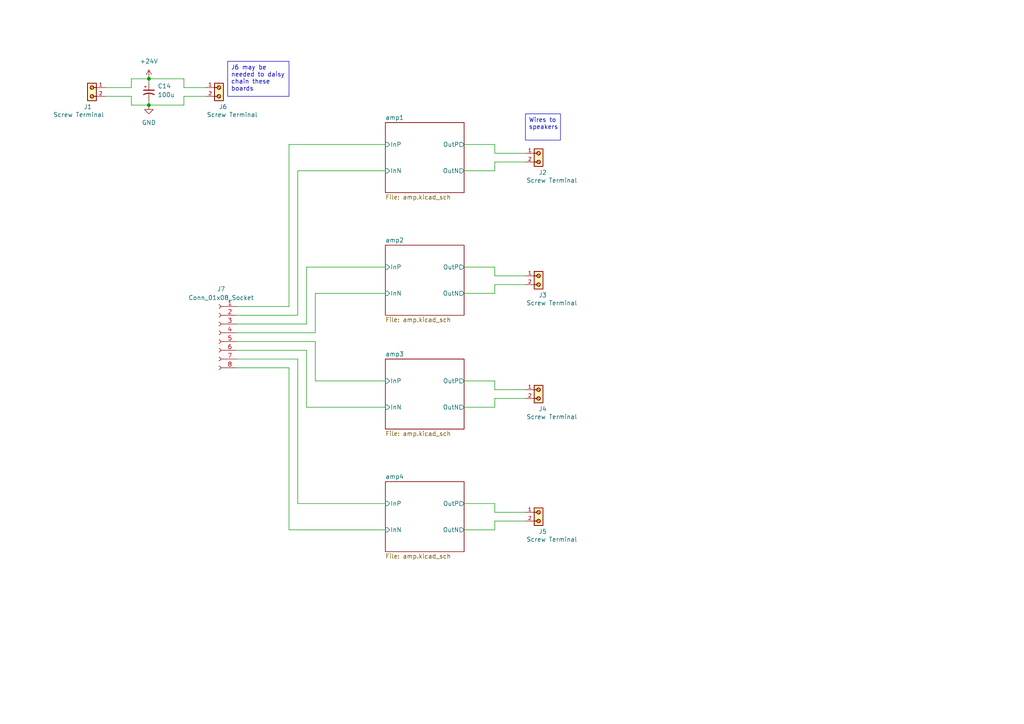
<source format=kicad_sch>
(kicad_sch (version 20231120) (generator "eeschema") (generator_version "8.0")
  (paper "A4")
  (lib_symbols
    (symbol "Connector:Conn_01x08_Socket" (pin_names (offset 1.016) hide)
      (property "Reference" "J" (at 0 10.16 0))
      (property "Value" "Conn_01x08_Socket" (at 0 -12.7 0))
      (symbol "Conn_01x08_Socket_1_1"
        (arc (start 0 -9.652) (mid -0.5058 -10.16) (end 0 -10.668) (stroke (width 0.1524)))
        (arc (start 0 -7.112) (mid -0.5058 -7.62) (end 0 -8.128) (stroke (width 0.1524)))
        (arc (start 0 -4.572) (mid -0.5058 -5.08) (end 0 -5.588) (stroke (width 0.1524)))
        (arc (start 0 -2.032) (mid -0.5058 -2.54) (end 0 -3.048) (stroke (width 0.1524)))
        (polyline (pts (xy -1.27 -10.16) (xy -0.508 -10.16)) (stroke (width 0.1524)))
        (polyline (pts (xy -1.27 -7.62) (xy -0.508 -7.62)) (stroke (width 0.1524)))
        (polyline (pts (xy -1.27 -5.08) (xy -0.508 -5.08)) (stroke (width 0.1524)))
        (polyline (pts (xy -1.27 -2.54) (xy -0.508 -2.54)) (stroke (width 0.1524)))
        (polyline (pts (xy -1.27 0) (xy -0.508 0)) (stroke (width 0.1524)))
        (polyline (pts (xy -1.27 2.54) (xy -0.508 2.54)) (stroke (width 0.1524)))
        (polyline (pts (xy -1.27 5.08) (xy -0.508 5.08)) (stroke (width 0.1524)))
        (polyline (pts (xy -1.27 7.62) (xy -0.508 7.62)) (stroke (width 0.1524)))
        (arc (start 0 0.508) (mid -0.5058 0) (end 0 -0.508) (stroke (width 0.1524)))
        (arc (start 0 3.048) (mid -0.5058 2.54) (end 0 2.032) (stroke (width 0.1524)))
        (arc (start 0 5.588) (mid -0.5058 5.08) (end 0 4.572) (stroke (width 0.1524)))
        (arc (start 0 8.128) (mid -0.5058 7.62) (end 0 7.112) (stroke (width 0.1524)))
        (pin passive line (at -5.08 7.62 0) (length 3.81) (name "Pin_1") (number "1"))
        (pin passive line (at -5.08 5.08 0) (length 3.81) (name "Pin_2") (number "2"))
        (pin passive line (at -5.08 2.54 0) (length 3.81) (name "Pin_3") (number "3"))
        (pin passive line (at -5.08 0 0) (length 3.81) (name "Pin_4") (number "4"))
        (pin passive line (at -5.08 -2.54 0) (length 3.81) (name "Pin_5") (number "5"))
        (pin passive line (at -5.08 -5.08 0) (length 3.81) (name "Pin_6") (number "6"))
        (pin passive line (at -5.08 -7.62 0) (length 3.81) (name "Pin_7") (number "7"))
        (pin passive line (at -5.08 -10.16 0) (length 3.81) (name "Pin_8") (number "8"))
      )
    )
    (symbol "Device:C_Polarized_Small_US" (pin_numbers hide) (pin_names (offset 0.254) hide)
      (property "Reference" "C" (at 0.254 1.778 0))
      (property "Value" "C_Polarized_Small_US" (at 0.254 -2.032 0))
      (symbol "C_Polarized_Small_US_0_1"
        (polyline (pts (xy -1.524 0.508) (xy 1.524 0.508)) (stroke (width 0.3048)))
        (polyline (pts (xy -1.27 1.524) (xy -0.762 1.524)))
        (polyline (pts (xy -1.016 1.27) (xy -1.016 1.778)))
        (arc (start 1.524 -0.762) (mid 0 -0.3734) (end -1.524 -0.762) (stroke (width 0.3048)))
      )
      (symbol "C_Polarized_Small_US_1_1"
        (pin passive line (at 0 2.54 270) (length 2.032) (name "~") (number "1"))
        (pin passive line (at 0 -2.54 90) (length 2.032) (name "~") (number "2"))
      )
    )
    (symbol "power:+24V" (power) (pin_numbers hide) (pin_names (offset 0) hide)
      (property "Value" "+24V" (at 0 3.556 0))
      (symbol "+24V_0_1"
        (polyline (pts (xy -0.762 1.27) (xy 0 2.54)))
        (polyline (pts (xy 0 0) (xy 0 2.54)))
        (polyline (pts (xy 0 2.54) (xy 0.762 1.27)))
      )
      (symbol "+24V_1_1"
        (pin power_in line (at 0 0 90) (length 0) (name "~") (number "1"))
      )
    )
    (symbol "power:GND" (power) (pin_numbers hide) (pin_names (offset 0) hide)
      (property "Value" "GND" (at 0 -3.81 0))
      (symbol "GND_0_1"
        (polyline (pts (xy 0 0) (xy 0 -1.27) (xy 1.27 -1.27) (xy 0 -2.54) (xy -1.27 -1.27) (xy 0 -1.27)))
      )
      (symbol "GND_1_1"
        (pin power_in line (at 0 0 270) (length 0) (name "~") (number "1"))
      )
    )
    (symbol "project_lib:691137710002" (pin_names (offset 1.016))
      (property "Reference" "J" (at -4.88 -0.922 0))
      (property "Value" "691137710002" (at -4.83 -2.58 0))
      (symbol "691137710002_0_0"
        (rectangle (start -3.81 0) (end 1.27 -2.54) (stroke (width 0.254)) (fill (type background)))
        (circle (center -2.54 -1.27) (radius 0.508) (stroke (width 0.254)))
        (circle (center 0 -1.27) (radius 0.508) (stroke (width 0.254)))
        (polyline (pts (xy -2.54 -1.778) (xy -2.54 -2.54)) (stroke (width 0.254)))
        (polyline (pts (xy -2.286 -1.016) (xy -2.794 -1.524)) (stroke (width 0.1524)))
        (polyline (pts (xy 0 -1.778) (xy 0 -2.54)) (stroke (width 0.254)))
        (polyline (pts (xy 0.254 -1.016) (xy -0.254 -1.524)) (stroke (width 0.1524)))
        (pin passive line (at -2.54 -5.08 90) (length 2.54) (name "~") (number "1"))
        (pin passive line (at 0 -5.08 90) (length 2.54) (name "~") (number "2"))
      )
    )
  )
  (junction (at 43.18 22.86))
  (junction (at 43.18 30.48))
  (wire (pts (xy 59.69 27.94) (xy 53.34 27.94)))
  (wire (pts (xy 134.62 77.47) (xy 143.51 77.47)))
  (wire (pts (xy 143.51 151.13) (xy 143.51 153.67)))
  (wire (pts (xy 143.51 110.49) (xy 143.51 113.03)))
  (wire (pts (xy 91.44 96.52) (xy 68.58 96.52)))
  (wire (pts (xy 38.1 22.86) (xy 43.18 22.86)))
  (wire (pts (xy 143.51 49.53) (xy 134.62 49.53)))
  (wire (pts (xy 83.82 106.68) (xy 68.58 106.68)))
  (wire (pts (xy 111.76 153.67) (xy 83.82 153.67)))
  (wire (pts (xy 111.76 85.09) (xy 91.44 85.09)))
  (wire (pts (xy 111.76 118.11) (xy 88.9 118.11)))
  (wire (pts (xy 68.58 99.06) (xy 91.44 99.06)))
  (wire (pts (xy 143.51 85.09) (xy 134.62 85.09)))
  (wire (pts (xy 86.36 146.05) (xy 111.76 146.05)))
  (wire (pts (xy 134.62 146.05) (xy 143.51 146.05)))
  (wire (pts (xy 43.18 30.48) (xy 53.34 30.48)))
  (wire (pts (xy 143.51 46.99) (xy 143.51 49.53)))
  (wire (pts (xy 88.9 101.6) (xy 68.58 101.6)))
  (wire (pts (xy 86.36 104.14) (xy 86.36 146.05)))
  (wire (pts (xy 38.1 27.94) (xy 30.48 27.94)))
  (wire (pts (xy 143.51 118.11) (xy 134.62 118.11)))
  (wire (pts (xy 91.44 110.49) (xy 111.76 110.49)))
  (wire (pts (xy 134.62 110.49) (xy 143.51 110.49)))
  (wire (pts (xy 143.51 44.45) (xy 152.4 44.45)))
  (wire (pts (xy 143.51 82.55) (xy 143.51 85.09)))
  (wire (pts (xy 86.36 49.53) (xy 86.36 91.44)))
  (wire (pts (xy 43.18 29.21) (xy 43.18 30.48)))
  (wire (pts (xy 68.58 88.9) (xy 83.82 88.9)))
  (wire (pts (xy 143.51 41.91) (xy 143.51 44.45)))
  (wire (pts (xy 88.9 93.98) (xy 88.9 77.47)))
  (wire (pts (xy 111.76 49.53) (xy 86.36 49.53)))
  (wire (pts (xy 143.51 113.03) (xy 152.4 113.03)))
  (wire (pts (xy 152.4 151.13) (xy 143.51 151.13)))
  (wire (pts (xy 143.51 148.59) (xy 152.4 148.59)))
  (wire (pts (xy 143.51 146.05) (xy 143.51 148.59)))
  (wire (pts (xy 143.51 77.47) (xy 143.51 80.01)))
  (wire (pts (xy 91.44 99.06) (xy 91.44 110.49)))
  (wire (pts (xy 38.1 22.86) (xy 38.1 25.4)))
  (wire (pts (xy 152.4 82.55) (xy 143.51 82.55)))
  (wire (pts (xy 88.9 77.47) (xy 111.76 77.47)))
  (wire (pts (xy 83.82 153.67) (xy 83.82 106.68)))
  (wire (pts (xy 38.1 30.48) (xy 43.18 30.48)))
  (wire (pts (xy 152.4 115.57) (xy 143.51 115.57)))
  (wire (pts (xy 38.1 25.4) (xy 30.48 25.4)))
  (wire (pts (xy 43.18 22.86) (xy 43.18 24.13)))
  (wire (pts (xy 43.18 22.86) (xy 53.34 22.86)))
  (wire (pts (xy 68.58 104.14) (xy 86.36 104.14)))
  (wire (pts (xy 143.51 80.01) (xy 152.4 80.01)))
  (wire (pts (xy 134.62 41.91) (xy 143.51 41.91)))
  (wire (pts (xy 53.34 25.4) (xy 59.69 25.4)))
  (wire (pts (xy 88.9 118.11) (xy 88.9 101.6)))
  (wire (pts (xy 143.51 153.67) (xy 134.62 153.67)))
  (wire (pts (xy 53.34 27.94) (xy 53.34 30.48)))
  (wire (pts (xy 83.82 88.9) (xy 83.82 41.91)))
  (wire (pts (xy 38.1 30.48) (xy 38.1 27.94)))
  (wire (pts (xy 68.58 93.98) (xy 88.9 93.98)))
  (wire (pts (xy 86.36 91.44) (xy 68.58 91.44)))
  (wire (pts (xy 143.51 115.57) (xy 143.51 118.11)))
  (wire (pts (xy 91.44 85.09) (xy 91.44 96.52)))
  (wire (pts (xy 53.34 22.86) (xy 53.34 25.4)))
  (wire (pts (xy 83.82 41.91) (xy 111.76 41.91)))
  (wire (pts (xy 152.4 46.99) (xy 143.51 46.99)))
  (text_box "Wires to speakers\n" (at 152.4 33.02 0) (size 10.16 7.62) (effects (font (size 1.27 1.27)) (justify left top)))
  (text_box "J6 may be needed to daisy chain these boards\n" (at 66.04 17.78 0) (size 17.78 10.16) (effects (font (size 1.27 1.27)) (justify left top)))
  (symbol (lib_id "project_lib:691137710002") (at 64.77 27.94 270) (unit 1)
    (property "Reference" "J6" (at 63.5 30.988 90) (effects (justify left)))
    (property "Value" "Screw Terminal" (at 59.944 33.274 90) (effects (justify left)))
    (property "Footprint" "691137710002:691137710002" (effects (hide yes)))
  )
  (symbol (lib_id "project_lib:691137710002") (at 157.48 82.55 270) (unit 1)
    (property "Reference" "J3" (at 156.21 85.598 90) (effects (justify left)))
    (property "Value" "Screw Terminal" (at 152.654 87.884 90) (effects (justify left)))
    (property "Footprint" "691137710002:691137710002" (effects (hide yes)))
  )
  (symbol (lib_id "power:+24V") (at 43.18 22.86 0) (unit 1)
    (property "Reference" "#PWR019" (effects (hide yes)))
    (property "Value" "+24V" (at 43.18 17.78 0))
    (property "Description" "Power symbol creates a global label with name \"+24V\"" (effects (hide yes)))
  )
  (symbol (lib_id "project_lib:691137710002") (at 25.4 27.94 90) (mirror x) (unit 1)
    (property "Reference" "J1" (at 26.67 30.988 90) (effects (justify left)))
    (property "Value" "Screw Terminal" (at 30.226 33.274 90) (effects (justify left)))
    (property "Footprint" "691137710002:691137710002" (effects (hide yes)))
  )
  (symbol (lib_id "Device:C_Polarized_Small_US") (at 43.18 26.67 0) (unit 1)
    (property "Reference" "C14" (at 45.72 24.9681 0) (effects (justify left)))
    (property "Value" "100u" (at 45.72 27.5081 0) (effects (justify left)))
    (property "Description" "Polarized capacitor, small US symbol" (effects (hide yes)))
  )
  (symbol (lib_id "project_lib:691137710002") (at 157.48 115.57 270) (unit 1)
    (property "Reference" "J4" (at 156.21 118.618 90) (effects (justify left)))
    (property "Value" "Screw Terminal" (at 152.654 120.904 90) (effects (justify left)))
    (property "Footprint" "691137710002:691137710002" (effects (hide yes)))
  )
  (symbol (lib_id "Connector:Conn_01x08_Socket") (at 63.5 96.52 0) (mirror y) (unit 1)
    (property "Reference" "J7" (at 64.135 83.82 0))
    (property "Value" "Conn_01x08_Socket" (at 64.135 86.36 0))
    (property "Description" "Generic connector, single row, 01x08, script generated" (effects (hide yes)))
  )
  (symbol (lib_id "project_lib:691137710002") (at 157.48 46.99 270) (unit 1)
    (property "Reference" "J2" (at 156.21 50.038 90) (effects (justify left)))
    (property "Value" "Screw Terminal" (at 152.654 52.324 90) (effects (justify left)))
    (property "Footprint" "691137710002:691137710002" (effects (hide yes)))
  )
  (symbol (lib_id "project_lib:691137710002") (at 157.48 151.13 270) (unit 1)
    (property "Reference" "J5" (at 156.21 154.178 90) (effects (justify left)))
    (property "Value" "Screw Terminal" (at 152.654 156.464 90) (effects (justify left)))
    (property "Footprint" "691137710002:691137710002" (effects (hide yes)))
  )
  (symbol (lib_id "power:GND") (at 43.18 30.48 0) (unit 1)
    (property "Reference" "#PWR018" (effects (hide yes)))
    (property "Value" "GND" (at 43.18 35.56 0))
    (property "Description" "Power symbol creates a global label with name \"GND\" , ground" (effects (hide yes)))
  )
  (sheet (at 111.76 139.7) (size 22.86 20.32) (stroke (width 0.1524))
    (property "Sheetname" "amp4" (at 111.76 138.9884 0) (effects (justify left bottom)))
    (property "Sheetfile" "amp.kicad_sch" (at 111.76 160.6046 0) (effects (justify left top)))
    (pin "OutN" output (at 134.62 153.67 0))
    (pin "OutP" output (at 134.62 146.05 0))
    (pin "InN" input (at 111.76 153.67 180))
    (pin "InP" input (at 111.76 146.05 180))
  )
  (sheet (at 111.76 35.56) (size 22.86 20.32) (stroke (width 0.1524))
    (property "Sheetname" "amp1" (at 111.76 34.8484 0) (effects (justify left bottom)))
    (property "Sheetfile" "amp.kicad_sch" (at 111.76 56.4646 0) (effects (justify left top)))
    (pin "OutN" output (at 134.62 49.53 0))
    (pin "OutP" output (at 134.62 41.91 0))
    (pin "InN" input (at 111.76 49.53 180))
    (pin "InP" input (at 111.76 41.91 180))
  )
  (sheet (at 111.76 104.14) (size 22.86 20.32) (stroke (width 0.1524))
    (property "Sheetname" "amp3" (at 111.76 103.4284 0) (effects (justify left bottom)))
    (property "Sheetfile" "amp.kicad_sch" (at 111.76 125.0446 0) (effects (justify left top)))
    (pin "OutN" output (at 134.62 118.11 0))
    (pin "OutP" output (at 134.62 110.49 0))
    (pin "InN" input (at 111.76 118.11 180))
    (pin "InP" input (at 111.76 110.49 180))
  )
  (sheet (at 111.76 71.12) (size 22.86 20.32) (stroke (width 0.1524))
    (property "Sheetname" "amp2" (at 111.76 70.4084 0) (effects (justify left bottom)))
    (property "Sheetfile" "amp.kicad_sch" (at 111.76 92.0246 0) (effects (justify left top)))
    (pin "OutN" output (at 134.62 85.09 0))
    (pin "OutP" output (at 134.62 77.47 0))
    (pin "InN" input (at 111.76 85.09 180))
    (pin "InP" input (at 111.76 77.47 180))
  )
)
</source>
